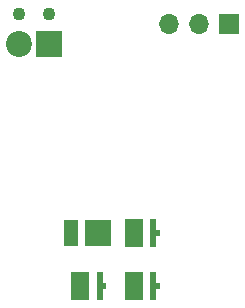
<source format=gbr>
%TF.GenerationSoftware,KiCad,Pcbnew,8.0.1*%
%TF.CreationDate,2025-09-11T03:38:31+04:00*%
%TF.ProjectId,Neopixel_project_v3.0,4e656f70-6978-4656-9c5f-70726f6a6563,v3.0*%
%TF.SameCoordinates,Original*%
%TF.FileFunction,Soldermask,Bot*%
%TF.FilePolarity,Negative*%
%FSLAX46Y46*%
G04 Gerber Fmt 4.6, Leading zero omitted, Abs format (unit mm)*
G04 Created by KiCad (PCBNEW 8.0.1) date 2025-09-11 03:38:31*
%MOMM*%
%LPD*%
G01*
G04 APERTURE LIST*
%ADD10C,1.100000*%
%ADD11R,2.200000X2.200000*%
%ADD12C,2.200000*%
%ADD13R,1.700000X1.700000*%
%ADD14O,1.700000X1.700000*%
%ADD15R,1.250000X2.200000*%
%ADD16R,1.600000X2.400000*%
%ADD17R,0.600000X2.400000*%
%ADD18R,0.600000X0.500000*%
G04 APERTURE END LIST*
D10*
%TO.C,J3*%
X98350000Y-46260000D03*
X95810000Y-46260000D03*
D11*
X98350000Y-48800000D03*
D12*
X95810000Y-48800000D03*
%TD*%
D13*
%TO.C,J1*%
X113625000Y-47100000D03*
D14*
X111085000Y-47100000D03*
X108545000Y-47100000D03*
%TD*%
D11*
%TO.C,D1*%
X102500000Y-64850000D03*
D15*
X100225000Y-64850000D03*
%TD*%
D16*
%TO.C,D4*%
X101025000Y-69350000D03*
D17*
X102675000Y-69350000D03*
D18*
X102975000Y-69350000D03*
%TD*%
D16*
%TO.C,D3*%
X105525000Y-69350000D03*
D17*
X107175000Y-69350000D03*
D18*
X107475000Y-69350000D03*
%TD*%
D16*
%TO.C,D2*%
X105525000Y-64850000D03*
D17*
X107175000Y-64850000D03*
D18*
X107475000Y-64850000D03*
%TD*%
M02*

</source>
